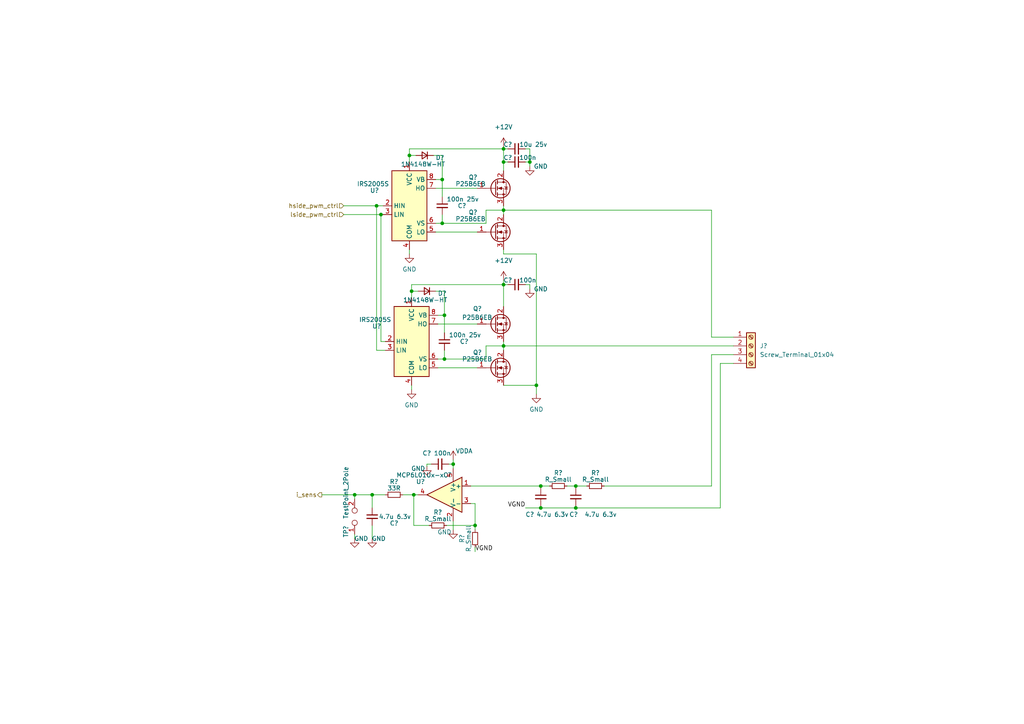
<source format=kicad_sch>
(kicad_sch (version 20211123) (generator eeschema)
  (paper "A4")
  (lib_symbols
    (symbol "Amplifier_Operational:MCP6L01Ux-xOT" (pin_names (offset 0.127))
      (property "Reference" "U" (at 0 7.62 0))
      (property "Value" "MCP6L01Ux-xOT" (at 0 5.08 0))
      (symbol "MCP6L01Ux-xOT_0_1"
        (polyline (pts (xy -5.08 5.08) (xy 5.08 0) (xy -5.08 -5.08) (xy -5.08 5.08)) (stroke (width 0.254)) (fill (type background)))
      )
      (symbol "MCP6L01Ux-xOT_1_1"
        (pin input line (at -7.62 2.54 0) (length 2.54) (name "+") (number "1"))
        (pin power_in line (at -2.54 -7.62 90) (length 3.81) (name "V-") (number "2"))
        (pin input line (at -7.62 -2.54 0) (length 2.54) (name "-") (number "3"))
        (pin output line (at 7.62 0 180) (length 2.54) (name "~") (number "4"))
        (pin power_in line (at -2.54 7.62 270) (length 3.81) (name "V+") (number "5"))
      )
    )
    (symbol "Connector:Screw_Terminal_01x04" (pin_names (offset 1.016) hide)
      (property "Reference" "J" (at 0 5.08 0))
      (property "Value" "Screw_Terminal_01x04" (at 0 -7.62 0))
      (symbol "Screw_Terminal_01x04_1_1"
        (rectangle (start -1.27 3.81) (end 1.27 -6.35) (stroke (width 0.254)) (fill (type background)))
        (circle (center 0 -5.08) (radius 0.635) (stroke (width 0.1524)))
        (circle (center 0 -2.54) (radius 0.635) (stroke (width 0.1524)))
        (polyline (pts (xy -0.5334 -4.7498) (xy 0.3302 -5.588)) (stroke (width 0.1524)))
        (polyline (pts (xy -0.5334 -2.2098) (xy 0.3302 -3.048)) (stroke (width 0.1524)))
        (polyline (pts (xy -0.5334 0.3302) (xy 0.3302 -0.508)) (stroke (width 0.1524)))
        (polyline (pts (xy -0.5334 2.8702) (xy 0.3302 2.032)) (stroke (width 0.1524)))
        (polyline (pts (xy -0.3556 -4.572) (xy 0.508 -5.4102)) (stroke (width 0.1524)))
        (polyline (pts (xy -0.3556 -2.032) (xy 0.508 -2.8702)) (stroke (width 0.1524)))
        (polyline (pts (xy -0.3556 0.508) (xy 0.508 -0.3302)) (stroke (width 0.1524)))
        (polyline (pts (xy -0.3556 3.048) (xy 0.508 2.2098)) (stroke (width 0.1524)))
        (circle (center 0 0) (radius 0.635) (stroke (width 0.1524)))
        (circle (center 0 2.54) (radius 0.635) (stroke (width 0.1524)))
        (pin passive line (at -5.08 2.54 0) (length 3.81) (name "Pin_1") (number "1"))
        (pin passive line (at -5.08 0 0) (length 3.81) (name "Pin_2") (number "2"))
        (pin passive line (at -5.08 -2.54 0) (length 3.81) (name "Pin_3") (number "3"))
        (pin passive line (at -5.08 -5.08 0) (length 3.81) (name "Pin_4") (number "4"))
      )
    )
    (symbol "Connector:TestPoint_2Pole" (pin_names (offset 0.762) hide)
      (property "Reference" "TP" (at 0 1.524 0))
      (property "Value" "TestPoint_2Pole" (at 0 -1.778 0))
      (symbol "TestPoint_2Pole_0_1"
        (circle (center -1.778 0) (radius 0.762))
        (circle (center 1.778 0) (radius 0.762))
        (pin passive line (at -5.08 0 0) (length 2.54) (name "1") (number "1"))
        (pin passive line (at 5.08 0 180) (length 2.54) (name "2") (number "2"))
      )
    )
    (symbol "Device:C_Small" (pin_numbers hide) (pin_names (offset 0.254) hide)
      (property "Reference" "C" (at 0.254 1.778 0))
      (property "Value" "C_Small" (at 0.254 -2.032 0))
      (symbol "C_Small_0_1"
        (polyline (pts (xy -1.524 -0.508) (xy 1.524 -0.508)) (stroke (width 0.3302)))
        (polyline (pts (xy -1.524 0.508) (xy 1.524 0.508)) (stroke (width 0.3048)))
      )
      (symbol "C_Small_1_1"
        (pin passive line (at 0 2.54 270) (length 2.032) (name "~") (number "1"))
        (pin passive line (at 0 -2.54 90) (length 2.032) (name "~") (number "2"))
      )
    )
    (symbol "Device:D_Small" (pin_numbers hide) (pin_names (offset 0.254) hide)
      (property "Reference" "D" (at -1.27 2.032 0))
      (property "Value" "D_Small" (at -3.81 -2.032 0))
      (symbol "D_Small_0_1"
        (polyline (pts (xy -0.762 -1.016) (xy -0.762 1.016)) (stroke (width 0.254)))
        (polyline (pts (xy -0.762 0) (xy 0.762 0)))
        (polyline (pts (xy 0.762 -1.016) (xy -0.762 0) (xy 0.762 1.016) (xy 0.762 -1.016)) (stroke (width 0.254)))
      )
      (symbol "D_Small_1_1"
        (pin passive line (at -2.54 0 0) (length 1.778) (name "K") (number "1"))
        (pin passive line (at 2.54 0 180) (length 1.778) (name "A") (number "2"))
      )
    )
    (symbol "Device:Q_NMOS_GDS" (pin_names (offset 0) hide)
      (property "Reference" "Q" (at 5.08 1.27 0))
      (property "Value" "Q_NMOS_GDS" (at 5.08 -1.27 0))
      (symbol "Q_NMOS_GDS_0_1"
        (polyline (pts (xy 0.254 0) (xy -2.54 0)))
        (polyline (pts (xy 0.254 1.905) (xy 0.254 -1.905)) (stroke (width 0.254)))
        (polyline (pts (xy 0.762 -1.27) (xy 0.762 -2.286)) (stroke (width 0.254)))
        (polyline (pts (xy 0.762 0.508) (xy 0.762 -0.508)) (stroke (width 0.254)))
        (polyline (pts (xy 0.762 2.286) (xy 0.762 1.27)) (stroke (width 0.254)))
        (polyline (pts (xy 2.54 2.54) (xy 2.54 1.778)))
        (polyline (pts (xy 2.54 -2.54) (xy 2.54 0) (xy 0.762 0)))
        (polyline (pts (xy 0.762 -1.778) (xy 3.302 -1.778) (xy 3.302 1.778) (xy 0.762 1.778)))
        (polyline (pts (xy 1.016 0) (xy 2.032 0.381) (xy 2.032 -0.381) (xy 1.016 0)) (fill (type outline)))
        (polyline (pts (xy 2.794 0.508) (xy 2.921 0.381) (xy 3.683 0.381) (xy 3.81 0.254)))
        (polyline (pts (xy 3.302 0.381) (xy 2.921 -0.254) (xy 3.683 -0.254) (xy 3.302 0.381)))
        (circle (center 1.651 0) (radius 2.794) (stroke (width 0.254)))
        (circle (center 2.54 -1.778) (radius 0.254) (fill (type outline)))
        (circle (center 2.54 1.778) (radius 0.254) (fill (type outline)))
      )
      (symbol "Q_NMOS_GDS_1_1"
        (pin input line (at -5.08 0 0) (length 2.54) (name "G") (number "1"))
        (pin passive line (at 2.54 5.08 270) (length 2.54) (name "D") (number "2"))
        (pin passive line (at 2.54 -5.08 90) (length 2.54) (name "S") (number "3"))
      )
    )
    (symbol "Device:R_Small" (pin_numbers hide) (pin_names (offset 0.254) hide)
      (property "Reference" "R" (at 0.762 0.508 0))
      (property "Value" "R_Small" (at 0.762 -1.016 0))
      (symbol "R_Small_0_1"
        (rectangle (start -0.762 1.778) (end 0.762 -1.778) (stroke (width 0.2032)))
      )
      (symbol "R_Small_1_1"
        (pin passive line (at 0 2.54 270) (length 0.762) (name "~") (number "1"))
        (pin passive line (at 0 -2.54 90) (length 0.762) (name "~") (number "2"))
      )
    )
    (symbol "Driver_FET:IRS2005S"
      (property "Reference" "U" (at 1.27 13.335 0))
      (property "Value" "IRS2005S" (at 1.27 11.43 0))
      (symbol "IRS2005S_0_1"
        (rectangle (start -5.08 -10.16) (end 5.08 10.16) (stroke (width 0.254)) (fill (type background)))
      )
      (symbol "IRS2005S_1_1"
        (pin power_in line (at 0 12.7 270) (length 2.54) (name "VCC") (number "1"))
        (pin input line (at -7.62 0 0) (length 2.54) (name "HIN") (number "2"))
        (pin input line (at -7.62 -2.54 0) (length 2.54) (name "LIN") (number "3"))
        (pin power_in line (at 0 -12.7 90) (length 2.54) (name "COM") (number "4"))
        (pin output line (at 7.62 -7.62 180) (length 2.54) (name "LO") (number "5"))
        (pin passive line (at 7.62 -5.08 180) (length 2.54) (name "VS") (number "6"))
        (pin output line (at 7.62 5.08 180) (length 2.54) (name "HO") (number "7"))
        (pin passive line (at 7.62 7.62 180) (length 2.54) (name "VB") (number "8"))
      )
    )
    (symbol "power:+12V" (power) (pin_names (offset 0))
      (property "Value" "+12V" (at 0 3.556 0))
      (symbol "+12V_0_1"
        (polyline (pts (xy -0.762 1.27) (xy 0 2.54)))
        (polyline (pts (xy 0 0) (xy 0 2.54)))
        (polyline (pts (xy 0 2.54) (xy 0.762 1.27)))
      )
      (symbol "+12V_1_1"
        (pin power_in line (at 0 0 90) (length 0) hide (name "+12V") (number "1"))
      )
    )
    (symbol "power:GND" (power) (pin_names (offset 0))
      (property "Value" "GND" (at 0 -3.81 0))
      (symbol "GND_0_1"
        (polyline (pts (xy 0 0) (xy 0 -1.27) (xy 1.27 -1.27) (xy 0 -2.54) (xy -1.27 -1.27) (xy 0 -1.27)))
      )
      (symbol "GND_1_1"
        (pin power_in line (at 0 0 270) (length 0) hide (name "GND") (number "1"))
      )
    )
    (symbol "power:VDDA" (power) (pin_names (offset 0))
      (property "Value" "VDDA" (at 0 3.81 0))
      (symbol "VDDA_0_1"
        (polyline (pts (xy -0.762 1.27) (xy 0 2.54)))
        (polyline (pts (xy 0 0) (xy 0 2.54)))
        (polyline (pts (xy 0 2.54) (xy 0.762 1.27)))
      )
      (symbol "VDDA_1_1"
        (pin power_in line (at 0 0 90) (length 0) hide (name "VDDA") (number "1"))
      )
    )
  )
  (junction (at 120.015 143.51))
  (junction (at 102.87 143.51))
  (junction (at 146.05 43.18))
  (junction (at 128.27 64.77))
  (junction (at 131.445 134.62))
  (junction (at 119.38 84.455))
  (junction (at 110.49 62.23))
  (junction (at 167.005 140.97))
  (junction (at 146.05 82.55))
  (junction (at 146.05 100.33))
  (junction (at 128.27 52.07))
  (junction (at 137.795 152.4))
  (junction (at 155.575 111.76))
  (junction (at 107.95 143.51))
  (junction (at 146.05 60.96))
  (junction (at 128.905 91.44))
  (junction (at 128.905 104.14))
  (junction (at 156.845 140.97))
  (junction (at 146.05 46.99))
  (junction (at 167.005 147.32))
  (junction (at 153.67 46.99))
  (junction (at 118.745 45.085))
  (junction (at 156.845 147.32))
  (junction (at 109.22 59.69))
  (wire (pts (xy 140.97 64.77) (xy 140.97 60.96)))
  (wire (pts (xy 146.05 99.06) (xy 146.05 100.33)))
  (wire (pts (xy 131.445 133.35) (xy 131.445 134.62)))
  (wire (pts (xy 121.285 84.455) (xy 119.38 84.455)))
  (wire (pts (xy 146.05 43.18) (xy 147.32 43.18)))
  (wire (pts (xy 131.445 134.62) (xy 131.445 135.89)))
  (wire (pts (xy 118.745 72.39) (xy 118.745 73.66)))
  (wire (pts (xy 146.05 42.545) (xy 146.05 43.18)))
  (wire (pts (xy 99.695 62.23) (xy 110.49 62.23)))
  (wire (pts (xy 129.54 152.4) (xy 137.795 152.4)))
  (wire (pts (xy 170.18 140.97) (xy 167.005 140.97)))
  (wire (pts (xy 119.38 82.55) (xy 119.38 84.455)))
  (wire (pts (xy 206.375 97.79) (xy 212.725 97.79)))
  (wire (pts (xy 153.67 82.55) (xy 153.67 83.82)))
  (wire (pts (xy 126.365 84.455) (xy 128.905 84.455)))
  (wire (pts (xy 128.905 104.14) (xy 140.97 104.14)))
  (wire (pts (xy 111.76 143.51) (xy 107.95 143.51)))
  (wire (pts (xy 107.95 143.51) (xy 107.95 147.32)))
  (wire (pts (xy 167.005 140.97) (xy 164.465 140.97)))
  (wire (pts (xy 152.4 147.32) (xy 156.845 147.32)))
  (wire (pts (xy 118.745 43.18) (xy 118.745 45.085)))
  (wire (pts (xy 146.05 73.66) (xy 155.575 73.66)))
  (wire (pts (xy 152.4 46.99) (xy 153.67 46.99)))
  (wire (pts (xy 167.005 140.97) (xy 167.005 141.605)))
  (wire (pts (xy 206.375 140.97) (xy 175.26 140.97)))
  (wire (pts (xy 167.005 147.32) (xy 208.915 147.32)))
  (wire (pts (xy 140.97 100.33) (xy 146.05 100.33)))
  (wire (pts (xy 109.22 101.6) (xy 109.22 59.69)))
  (wire (pts (xy 136.525 146.05) (xy 137.795 146.05)))
  (wire (pts (xy 110.49 62.23) (xy 110.49 99.06)))
  (wire (pts (xy 130.175 134.62) (xy 131.445 134.62)))
  (wire (pts (xy 155.575 111.76) (xy 155.575 114.3)))
  (wire (pts (xy 118.745 45.085) (xy 118.745 46.99)))
  (wire (pts (xy 137.795 152.4) (xy 137.795 153.67)))
  (wire (pts (xy 146.05 81.28) (xy 146.05 82.55)))
  (wire (pts (xy 120.015 143.51) (xy 120.015 152.4)))
  (wire (pts (xy 156.845 140.97) (xy 159.385 140.97)))
  (wire (pts (xy 128.27 45.085) (xy 128.27 52.07)))
  (wire (pts (xy 136.525 140.97) (xy 156.845 140.97)))
  (wire (pts (xy 116.84 143.51) (xy 120.015 143.51)))
  (wire (pts (xy 126.365 67.31) (xy 138.43 67.31)))
  (wire (pts (xy 146.05 46.99) (xy 147.32 46.99)))
  (wire (pts (xy 146.05 82.55) (xy 146.05 88.9)))
  (wire (pts (xy 119.38 82.55) (xy 146.05 82.55)))
  (wire (pts (xy 119.38 111.76) (xy 119.38 113.03)))
  (wire (pts (xy 146.05 72.39) (xy 146.05 73.66)))
  (wire (pts (xy 146.05 43.18) (xy 146.05 46.99)))
  (wire (pts (xy 120.015 143.51) (xy 121.285 143.51)))
  (wire (pts (xy 152.4 43.18) (xy 153.67 43.18)))
  (wire (pts (xy 156.845 147.32) (xy 167.005 147.32)))
  (wire (pts (xy 99.695 59.69) (xy 109.22 59.69)))
  (wire (pts (xy 155.575 73.66) (xy 155.575 111.76)))
  (wire (pts (xy 128.905 84.455) (xy 128.905 91.44)))
  (wire (pts (xy 208.915 105.41) (xy 212.725 105.41)))
  (wire (pts (xy 102.87 143.51) (xy 102.87 144.78)))
  (wire (pts (xy 128.905 101.6) (xy 128.905 104.14)))
  (wire (pts (xy 127 93.98) (xy 138.43 93.98)))
  (wire (pts (xy 146.05 59.69) (xy 146.05 60.96)))
  (wire (pts (xy 206.375 60.96) (xy 206.375 97.79)))
  (wire (pts (xy 212.725 102.87) (xy 206.375 102.87)))
  (wire (pts (xy 125.095 134.62) (xy 123.825 134.62)))
  (wire (pts (xy 146.05 100.33) (xy 146.05 101.6)))
  (wire (pts (xy 126.365 54.61) (xy 138.43 54.61)))
  (wire (pts (xy 128.905 96.52) (xy 128.905 91.44)))
  (wire (pts (xy 107.95 152.4) (xy 107.95 156.21)))
  (wire (pts (xy 146.05 100.33) (xy 212.725 100.33)))
  (wire (pts (xy 128.27 62.23) (xy 128.27 64.77)))
  (wire (pts (xy 93.345 143.51) (xy 102.87 143.51)))
  (wire (pts (xy 111.76 101.6) (xy 109.22 101.6)))
  (wire (pts (xy 137.795 160.02) (xy 137.795 158.75)))
  (wire (pts (xy 153.67 46.99) (xy 153.67 48.26)))
  (wire (pts (xy 126.365 64.77) (xy 128.27 64.77)))
  (wire (pts (xy 167.005 146.685) (xy 167.005 147.32)))
  (wire (pts (xy 128.905 91.44) (xy 127 91.44)))
  (wire (pts (xy 156.845 140.97) (xy 156.845 141.605)))
  (wire (pts (xy 102.87 154.94) (xy 102.87 156.21)))
  (wire (pts (xy 131.445 151.13) (xy 131.445 153.67)))
  (wire (pts (xy 102.87 143.51) (xy 107.95 143.51)))
  (wire (pts (xy 140.97 104.14) (xy 140.97 100.33)))
  (wire (pts (xy 146.05 46.99) (xy 146.05 49.53)))
  (wire (pts (xy 208.915 147.32) (xy 208.915 105.41)))
  (wire (pts (xy 128.27 57.15) (xy 128.27 52.07)))
  (wire (pts (xy 120.65 45.085) (xy 118.745 45.085)))
  (wire (pts (xy 123.825 134.62) (xy 123.825 135.255)))
  (wire (pts (xy 146.05 60.96) (xy 146.05 62.23)))
  (wire (pts (xy 111.125 62.23) (xy 110.49 62.23)))
  (wire (pts (xy 119.38 84.455) (xy 119.38 86.36)))
  (wire (pts (xy 128.27 64.77) (xy 140.97 64.77)))
  (wire (pts (xy 206.375 102.87) (xy 206.375 140.97)))
  (wire (pts (xy 137.795 146.05) (xy 137.795 152.4)))
  (wire (pts (xy 153.67 43.18) (xy 153.67 46.99)))
  (wire (pts (xy 127 106.68) (xy 138.43 106.68)))
  (wire (pts (xy 156.845 146.685) (xy 156.845 147.32)))
  (wire (pts (xy 109.22 59.69) (xy 111.125 59.69)))
  (wire (pts (xy 140.97 60.96) (xy 146.05 60.96)))
  (wire (pts (xy 125.73 45.085) (xy 128.27 45.085)))
  (wire (pts (xy 127 104.14) (xy 128.905 104.14)))
  (wire (pts (xy 120.015 152.4) (xy 124.46 152.4)))
  (wire (pts (xy 146.05 60.96) (xy 206.375 60.96)))
  (wire (pts (xy 152.4 82.55) (xy 153.67 82.55)))
  (wire (pts (xy 146.05 111.76) (xy 155.575 111.76)))
  (wire (pts (xy 128.27 52.07) (xy 126.365 52.07)))
  (wire (pts (xy 118.745 43.18) (xy 146.05 43.18)))
  (wire (pts (xy 110.49 99.06) (xy 111.76 99.06)))
  (wire (pts (xy 146.05 82.55) (xy 147.32 82.55)))
  (label "VGND" (at 137.795 160.02 0))
  (label "VGND" (at 152.4 147.32 180))
  (hierarchical_label "hside_pwm_ctrl" (shape input) (at 99.695 59.69 180))
  (hierarchical_label "i_sens" (shape output) (at 93.345 143.51 180))
  (hierarchical_label "lside_pwm_ctrl" (shape input) (at 99.695 62.23 180))
  (symbol (lib_id "Device:D_Small") (at 123.825 84.455 180) (unit 1)
    (property "Reference" "D?" (at 128.27 85.09 0))
    (property "Value" "1N4148W-HT " (at 123.825 86.995 0))
    (property "Footprint" "Diode_SMD:D_SOD-123" (effects hide))
    (property "Link" "https://ozdisan.com/power-semiconductors/diodes-diode-modules-and-rectifiers/general-purpose-diodes/1N4148W-HT" (effects hide))
    (property "Price" "0.01562" (effects hide))
  )
  (symbol (lib_id "Device:D_Small") (at 123.19 45.085 180) (unit 1)
    (property "Reference" "D?" (at 127.635 45.72 0))
    (property "Value" "1N4148W-HT " (at 123.19 47.625 0))
    (property "Footprint" "Diode_SMD:D_SOD-123" (effects hide))
    (property "Link" "https://ozdisan.com/power-semiconductors/diodes-diode-modules-and-rectifiers/general-purpose-diodes/1N4148W-HT" (effects hide))
    (property "Price" "0.01562" (effects hide))
  )
  (symbol (lib_id "Device:R_Small") (at 137.795 156.21 180) (unit 1)
    (property "Reference" "R?" (at 133.985 156.21 90))
    (property "Value" "R_Small" (at 135.89 156.21 90))
  )
  (symbol (lib_id "power:GND") (at 102.87 156.21 0) (unit 1)
    (property "Reference" "#PWR?" (effects hide))
    (property "Value" "GND" (at 104.775 156.21 0))
  )
  (symbol (lib_id "Device:C_Small") (at 149.86 82.55 90) (unit 1)
    (property "Reference" "C?" (at 148.59 81.28 90) (effects (justify left)))
    (property "Value" "100n" (at 155.575 81.28 90) (effects (justify left)))
    (property "Footprint" "Capacitor_SMD:C_0603_1608Metric_Pad1.08x0.95mm_HandSolder" (effects hide))
    (property "Link" "https://ozdisan.com/passive-components/capacitors/smt-smd-and-mlcc-capacitors/CL10B104KB8NNNC" (effects hide))
    (property "Price" "0.00448" (effects hide))
  )
  (symbol (lib_id "power:GND") (at 155.575 114.3 0) (unit 1)
    (property "Reference" "#PWR?" (effects hide))
    (property "Value" "GND" (at 155.575 118.745 0))
  )
  (symbol (lib_id "power:VDDA") (at 131.445 133.35 0) (unit 1)
    (property "Reference" "#PWR?" (effects hide))
    (property "Value" "VDDA" (at 134.62 130.81 0))
  )
  (symbol (lib_id "Device:R_Small") (at 114.3 143.51 90) (unit 1)
    (property "Reference" "R?" (at 114.3 139.7 90))
    (property "Value" "33R" (at 114.3 141.605 90))
    (property "Footprint" "Resistor_SMD:R_0603_1608Metric_Pad0.98x0.95mm_HandSolder" (effects hide))
    (property "Link" "https://ozdisan.com/passive-components/resistors/smt-smd-and-chip-resistors/0603SAJ0330T5E" (effects hide))
    (property "Price" "0.00169" (effects hide))
  )
  (symbol (lib_id "Device:C_Small") (at 156.845 144.145 0) (unit 1)
    (property "Reference" "C?" (at 152.4 149.225 0) (effects (justify left)))
    (property "Value" "4.7u 6.3v" (at 155.575 149.225 0) (effects (justify left)))
    (property "Footprint" "Capacitor_SMD:C_0603_1608Metric_Pad1.08x0.95mm_HandSolder" (effects hide))
    (property "Link" "https://ozdisan.com/passive-components/capacitors/smt-smd-and-mlcc-capacitors/CL10A475KQ8NNNC" (effects hide))
    (property "Price" "0.01079" (effects hide))
  )
  (symbol (lib_id "Connector:TestPoint_2Pole") (at 102.87 149.86 90) (unit 1)
    (property "Reference" "TP?" (at 100.33 152.4 0) (effects (justify right)))
    (property "Value" "TestPoint_2Pole" (at 100.33 135.255 0) (effects (justify right)))
    (property "Footprint" "Connector_PinHeader_2.54mm:PinHeader_1x02_P2.54mm_Vertical" (effects hide))
    (property "Link" "https://ozdisan.com/connectors-and-interconnects/headers/pin-headers/C2100-02ASGAS0R" (effects hide))
    (property "Price" "0.1293" (effects hide))
  )
  (symbol (lib_id "power:GND") (at 153.67 48.26 0) (unit 1)
    (property "Reference" "#PWR?" (effects hide))
    (property "Value" "GND" (at 156.845 48.26 0))
  )
  (symbol (lib_id "Device:R_Small") (at 161.925 140.97 90) (unit 1)
    (property "Reference" "R?" (at 161.925 137.16 90))
    (property "Value" "R_Small" (at 161.925 139.065 90))
  )
  (symbol (lib_id "Device:C_Small") (at 107.95 149.86 0) (unit 1)
    (property "Reference" "C?" (at 113.03 151.765 0) (effects (justify left)))
    (property "Value" "4.7u 6.3v" (at 109.855 149.86 0) (effects (justify left)))
    (property "Footprint" "Capacitor_SMD:C_0603_1608Metric_Pad1.08x0.95mm_HandSolder" (effects hide))
    (property "Link" "https://ozdisan.com/passive-components/capacitors/smt-smd-and-mlcc-capacitors/CL10A475KQ8NNNC" (effects hide))
    (property "Price" "0.01079" (effects hide))
  )
  (symbol (lib_id "Device:C_Small") (at 167.005 144.145 0) (unit 1)
    (property "Reference" "C?" (at 165.1 149.225 0) (effects (justify left)))
    (property "Value" "4.7u 6.3v" (at 169.545 149.225 0) (effects (justify left)))
    (property "Footprint" "Capacitor_SMD:C_0603_1608Metric_Pad1.08x0.95mm_HandSolder" (effects hide))
    (property "Link" "https://ozdisan.com/passive-components/capacitors/smt-smd-and-mlcc-capacitors/CL10A475KQ8NNNC" (effects hide))
    (property "Price" "0.01079" (effects hide))
  )
  (symbol (lib_id "Amplifier_Operational:MCP6L01Ux-xOT") (at 128.905 143.51 0) (mirror y) (unit 1)
    (property "Reference" "U?" (at 120.65 139.7 0) (effects (justify right)))
    (property "Value" "MCP6L01Ux-xOT" (at 114.935 137.795 0) (effects (justify right)))
    (property "Footprint" "Package_TO_SOT_SMD:SOT-23-5" (effects hide))
    (property "Datasheet" "http://ww1.microchip.com/downloads/en/devicedoc/22140b.pdf" (effects hide))
    (property "Link" "https://ozdisan.com/integrated-circuits-ics/linear-ics/amplifiers/MCP6L01UT-EOT" (effects hide))
    (property "Price" "0.61226" (effects hide))
  )
  (symbol (lib_id "Connector:Screw_Terminal_01x04") (at 217.805 100.33 0) (unit 1)
    (property "Reference" "J?" (at 220.345 100.3299 0) (effects (justify left)))
    (property "Value" "Screw_Terminal_01x04" (at 220.345 102.8699 0) (effects (justify left)))
  )
  (symbol (lib_id "power:GND") (at 107.95 156.21 0) (unit 1)
    (property "Reference" "#PWR?" (effects hide))
    (property "Value" "GND" (at 109.855 156.21 0))
  )
  (symbol (lib_id "Device:C_Small") (at 128.27 59.69 0) (unit 1)
    (property "Reference" "C?" (at 132.715 59.69 0) (effects (justify left)))
    (property "Value" "100n 25v" (at 129.54 57.785 0) (effects (justify left)))
    (property "Footprint" "Capacitor_SMD:C_0603_1608Metric_Pad1.08x0.95mm_HandSolder" (effects hide))
    (property "Link" "https://ozdisan.com/passive-components/capacitors/smt-smd-and-mlcc-capacitors/CL10B104KB8NNNC" (effects hide))
    (property "Price" "0.00448" (effects hide))
  )
  (symbol (lib_id "power:GND") (at 123.825 135.255 0) (unit 1)
    (property "Reference" "#PWR?" (effects hide))
    (property "Value" "GND" (at 121.285 135.89 0))
  )
  (symbol (lib_id "Device:R_Small") (at 127 152.4 90) (unit 1)
    (property "Reference" "R?" (at 127 148.59 90))
    (property "Value" "R_Small" (at 127 150.495 90))
  )
  (symbol (lib_id "Device:Q_NMOS_GDS") (at 143.51 54.61 0) (unit 1)
    (property "Reference" "Q?" (at 135.89 51.435 0) (effects (justify left)))
    (property "Value" "P25B6EB" (at 132.08 53.34 0) (effects (justify left)))
    (property "Footprint" "Package_TO_SOT_SMD:TO-252-3_TabPin2" (effects hide))
    (property "Link" "https://ozdisan.com/power-semiconductors/mosfets/discrete-mosfets/P25B6EB-5071" (effects hide))
    (property "Price" "0.76360" (effects hide))
  )
  (symbol (lib_id "Device:Q_NMOS_GDS") (at 143.51 106.68 0) (unit 1)
    (property "Reference" "Q?" (at 137.16 102.235 0) (effects (justify left)))
    (property "Value" "P25B6EB" (at 133.985 104.14 0) (effects (justify left)))
    (property "Footprint" "Package_TO_SOT_SMD:TO-252-3_TabPin2" (effects hide))
    (property "Link" "https://ozdisan.com/power-semiconductors/mosfets/discrete-mosfets/P25B6EB-5071" (effects hide))
    (property "Price" "0.76360" (effects hide))
  )
  (symbol (lib_id "power:+12V") (at 146.05 42.545 0) (unit 1)
    (property "Reference" "#PWR?" (effects hide))
    (property "Value" "+12V" (at 146.05 36.83 0))
  )
  (symbol (lib_id "power:+12V") (at 146.05 81.28 0) (unit 1)
    (property "Reference" "#PWR?" (effects hide))
    (property "Value" "+12V" (at 146.05 75.565 0))
  )
  (symbol (lib_id "Device:C_Small") (at 128.905 99.06 0) (unit 1)
    (property "Reference" "C?" (at 133.35 99.06 0) (effects (justify left)))
    (property "Value" "100n 25v" (at 130.175 97.155 0) (effects (justify left)))
    (property "Footprint" "Capacitor_SMD:C_0603_1608Metric_Pad1.08x0.95mm_HandSolder" (effects hide))
    (property "Link" "https://ozdisan.com/passive-components/capacitors/smt-smd-and-mlcc-capacitors/CL10B104KB8NNNC" (effects hide))
    (property "Price" "0.00448" (effects hide))
  )
  (symbol (lib_id "Device:C_Small") (at 149.86 43.18 90) (unit 1)
    (property "Reference" "C?" (at 148.59 41.91 90) (effects (justify left)))
    (property "Value" "10u 25v" (at 158.75 41.91 90) (effects (justify left)))
    (property "Footprint" "Capacitor_SMD:C_0805_2012Metric_Pad1.18x1.45mm_HandSolder" (effects hide))
    (property "Link" "https://ozdisan.com/passive-components/capacitors/smt-smd-and-mlcc-capacitors/CL21A106KAYNNNE" (effects hide))
    (property "Price" "0.04807" (effects hide))
  )
  (symbol (lib_id "Driver_FET:IRS2005S") (at 119.38 99.06 0) (unit 1)
    (property "Reference" "U?" (at 107.95 94.615 0) (effects (justify left)))
    (property "Value" "IRS2005S" (at 104.14 92.71 0) (effects (justify left)))
    (property "Footprint" "Package_SO:SOIC-8_3.9x4.9mm_P1.27mm" (effects hide))
    (property "Datasheet" "https://www.infineon.com/dgdl/Infineon-IRS2005S-DS-v02_00-EN.pdf?fileId=5546d462533600a4015364c4246229e1" (effects hide))
    (property "Link" "https://ozdisan.com/integrated-circuits-ics/power-management-ics/power-drivers/IRS2005STRPBF" (effects hide))
    (property "Price" "1.63317" (effects hide))
  )
  (symbol (lib_id "power:GND") (at 119.38 113.03 0) (unit 1)
    (property "Reference" "#PWR?" (effects hide))
    (property "Value" "GND" (at 119.38 117.475 0))
  )
  (symbol (lib_id "Device:Q_NMOS_GDS") (at 143.51 93.98 0) (unit 1)
    (property "Reference" "Q?" (at 137.16 89.535 0) (effects (justify left)))
    (property "Value" "P25B6EB" (at 133.985 92.075 0) (effects (justify left)))
    (property "Footprint" "Package_TO_SOT_SMD:TO-252-3_TabPin2" (effects hide))
    (property "Link" "https://ozdisan.com/power-semiconductors/mosfets/discrete-mosfets/P25B6EB-5071" (effects hide))
    (property "Price" "0.76360" (effects hide))
  )
  (symbol (lib_id "power:GND") (at 153.67 83.82 0) (unit 1)
    (property "Reference" "#PWR?" (effects hide))
    (property "Value" "GND" (at 156.845 83.82 0))
  )
  (symbol (lib_id "power:GND") (at 131.445 153.67 0) (unit 1)
    (property "Reference" "#PWR?" (effects hide))
    (property "Value" "GND" (at 128.905 154.305 0))
  )
  (symbol (lib_id "Device:C_Small") (at 149.86 46.99 90) (unit 1)
    (property "Reference" "C?" (at 148.59 45.72 90) (effects (justify left)))
    (property "Value" "100n" (at 155.575 45.72 90) (effects (justify left)))
    (property "Footprint" "Capacitor_SMD:C_0603_1608Metric_Pad1.08x0.95mm_HandSolder" (effects hide))
    (property "Link" "https://ozdisan.com/passive-components/capacitors/smt-smd-and-mlcc-capacitors/CL10B104KB8NNNC" (effects hide))
    (property "Price" "0.00448" (effects hide))
  )
  (symbol (lib_id "power:GND") (at 118.745 73.66 0) (unit 1)
    (property "Reference" "#PWR?" (effects hide))
    (property "Value" "GND" (at 118.745 78.105 0))
  )
  (symbol (lib_id "Driver_FET:IRS2005S") (at 118.745 59.69 0) (unit 1)
    (property "Reference" "U?" (at 107.315 55.245 0) (effects (justify left)))
    (property "Value" "IRS2005S" (at 103.505 53.34 0) (effects (justify left)))
    (property "Footprint" "Package_SO:SOIC-8_3.9x4.9mm_P1.27mm" (effects hide))
    (property "Datasheet" "https://www.infineon.com/dgdl/Infineon-IRS2005S-DS-v02_00-EN.pdf?fileId=5546d462533600a4015364c4246229e1" (effects hide))
    (property "Link" "https://ozdisan.com/integrated-circuits-ics/power-management-ics/power-drivers/IRS2005STRPBF" (effects hide))
    (property "Price" "1.63317" (effects hide))
  )
  (symbol (lib_id "Device:Q_NMOS_GDS") (at 143.51 67.31 0) (unit 1)
    (property "Reference" "Q?" (at 135.89 61.595 0) (effects (justify left)))
    (property "Value" "P25B6EB" (at 132.08 63.5 0) (effects (justify left)))
    (property "Footprint" "Package_TO_SOT_SMD:TO-252-3_TabPin2" (effects hide))
    (property "Link" "https://ozdisan.com/power-semiconductors/mosfets/discrete-mosfets/P25B6EB-5071" (effects hide))
    (property "Price" "0.76360" (effects hide))
  )
  (symbol (lib_id "Device:C_Small") (at 127.635 134.62 90) (unit 1)
    (property "Reference" "C?" (at 125.095 131.445 90) (effects (justify left)))
    (property "Value" "100n" (at 130.81 131.445 90) (effects (justify left)))
    (property "Footprint" "Capacitor_SMD:C_0603_1608Metric_Pad1.08x0.95mm_HandSolder" (effects hide))
    (property "Link" "https://ozdisan.com/passive-components/capacitors/smt-smd-and-mlcc-capacitors/CL10B104KB8NNNC" (effects hide))
    (property "Price" "0.00448" (effects hide))
  )
  (symbol (lib_id "Device:R_Small") (at 172.72 140.97 90) (unit 1)
    (property "Reference" "R?" (at 172.72 137.16 90))
    (property "Value" "R_Small" (at 172.72 139.065 90))
  )
)
</source>
